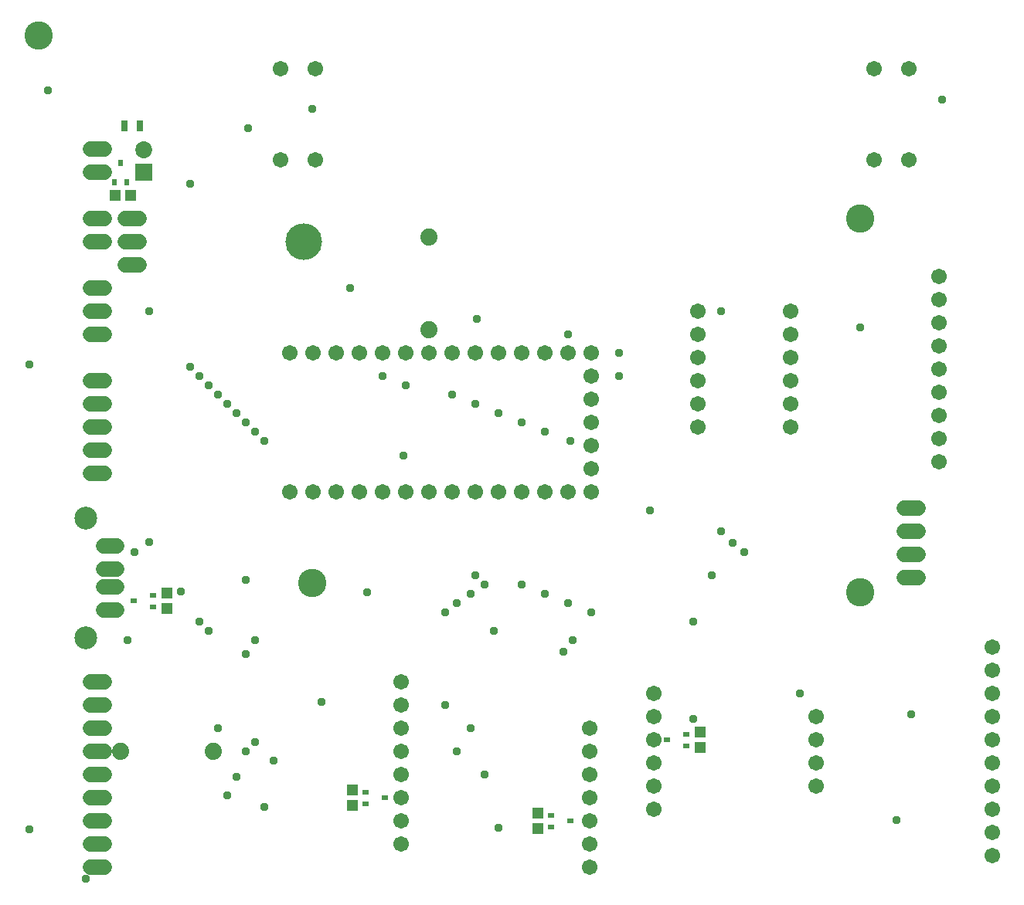
<source format=gbr>
G04 EAGLE Gerber RS-274X export*
G75*
%MOMM*%
%FSLAX34Y34*%
%LPD*%
%INSoldermask Bottom*%
%IPPOS*%
%AMOC8*
5,1,8,0,0,1.08239X$1,22.5*%
G01*
%ADD10C,3.103200*%
%ADD11C,1.711200*%
%ADD12R,0.803200X0.603200*%
%ADD13C,1.727200*%
%ADD14R,1.854200X1.854200*%
%ADD15C,1.854200*%
%ADD16C,1.879600*%
%ADD17C,1.661200*%
%ADD18C,2.503200*%
%ADD19R,1.203200X1.303200*%
%ADD20R,1.303200X1.203200*%
%ADD21R,0.756400X1.203200*%
%ADD22R,0.603200X0.803200*%
%ADD23C,4.013200*%
%ADD24C,0.959600*%


D10*
X50000Y950000D03*
X950000Y750000D03*
X350000Y350000D03*
X950000Y340000D03*
D11*
X353180Y913600D03*
X353180Y813600D03*
X1003180Y913600D03*
X1003180Y813600D03*
X315080Y913600D03*
X315080Y813600D03*
X965080Y913600D03*
X965080Y813600D03*
D12*
X611800Y82400D03*
X611800Y95400D03*
X632800Y88900D03*
D13*
X121920Y800100D02*
X106680Y800100D01*
X106680Y825500D02*
X121920Y825500D01*
D14*
X165100Y800300D03*
D15*
X165100Y825300D03*
D13*
X121920Y723900D02*
X106680Y723900D01*
X106680Y749300D02*
X121920Y749300D01*
D16*
X477520Y627380D03*
X477520Y728980D03*
X139700Y165100D03*
X241300Y165100D03*
D11*
X901700Y203200D03*
X901700Y177800D03*
X901700Y152400D03*
X901700Y127000D03*
X723900Y228600D03*
X723900Y203200D03*
X723900Y177800D03*
X723900Y152400D03*
X723900Y127000D03*
X723900Y101600D03*
D12*
X759800Y184300D03*
X759800Y171300D03*
X738800Y177800D03*
D17*
X135990Y365600D02*
X121410Y365600D01*
X121410Y345600D02*
X135990Y345600D01*
X135990Y390600D02*
X121410Y390600D01*
X121410Y320600D02*
X135990Y320600D01*
D18*
X101600Y421300D03*
X101600Y289900D03*
D12*
X175600Y336700D03*
X175600Y323700D03*
X154600Y330200D03*
D13*
X998220Y431800D02*
X1013460Y431800D01*
X1013460Y406400D02*
X998220Y406400D01*
X998220Y381000D02*
X1013460Y381000D01*
X1013460Y355600D02*
X998220Y355600D01*
D19*
X393700Y105800D03*
X393700Y122800D03*
X596900Y80400D03*
X596900Y97400D03*
X774700Y186300D03*
X774700Y169300D03*
X190500Y338700D03*
X190500Y321700D03*
D20*
X150740Y774700D03*
X133740Y774700D03*
D21*
X144134Y850900D03*
X160666Y850900D03*
D13*
X121920Y469900D02*
X106680Y469900D01*
X106680Y495300D02*
X121920Y495300D01*
X121920Y520700D02*
X106680Y520700D01*
X106680Y546100D02*
X121920Y546100D01*
X121920Y571500D02*
X106680Y571500D01*
D12*
X408600Y107800D03*
X408600Y120800D03*
X429600Y114300D03*
D22*
X146200Y789600D03*
X133200Y789600D03*
X139700Y810600D03*
D13*
X121920Y622300D02*
X106680Y622300D01*
X106680Y647700D02*
X121920Y647700D01*
X121920Y673100D02*
X106680Y673100D01*
D11*
X1036320Y482600D03*
X1036320Y508000D03*
X1036320Y533400D03*
X1036320Y558800D03*
X1036320Y584200D03*
X1036320Y609600D03*
X1036320Y635000D03*
X1036320Y660400D03*
X1036320Y685800D03*
X447040Y63500D03*
X447040Y88900D03*
X447040Y114300D03*
X447040Y139700D03*
X447040Y165100D03*
X447040Y190500D03*
X447040Y215900D03*
X447040Y241300D03*
X1094740Y50800D03*
X1094740Y76200D03*
X1094740Y101600D03*
X1094740Y127000D03*
X1094740Y152400D03*
X1094740Y177800D03*
X1094740Y203200D03*
X1094740Y228600D03*
X1094740Y254000D03*
X1094740Y279400D03*
X653796Y38100D03*
X653796Y63500D03*
X653796Y88900D03*
X653796Y114300D03*
X653796Y139700D03*
X653796Y165100D03*
X653796Y190500D03*
D13*
X160020Y749300D02*
X144780Y749300D01*
X144780Y723900D02*
X160020Y723900D01*
X160020Y698500D02*
X144780Y698500D01*
D23*
X340360Y723900D03*
D11*
X772160Y647700D03*
X772160Y622300D03*
X772160Y596900D03*
X772160Y571500D03*
X772160Y546100D03*
X772160Y520700D03*
X873760Y520700D03*
X873760Y546100D03*
X873760Y571500D03*
X873760Y596900D03*
X873760Y622300D03*
X873760Y647700D03*
X325120Y601980D03*
X350520Y601980D03*
X375920Y601980D03*
X401320Y601980D03*
X426720Y601980D03*
X452120Y601980D03*
X477520Y601980D03*
X502920Y601980D03*
X528320Y601980D03*
X553720Y601980D03*
X579120Y601980D03*
X604520Y601980D03*
X629920Y601980D03*
X655320Y601980D03*
X655320Y576580D03*
X655320Y551180D03*
X655320Y525780D03*
X655320Y500380D03*
X655320Y474980D03*
X655320Y449580D03*
X629920Y449580D03*
X604520Y449580D03*
X579120Y449580D03*
X553720Y449580D03*
X528320Y449580D03*
X502920Y449580D03*
X477520Y449580D03*
X452120Y449580D03*
X426720Y449580D03*
X401320Y449580D03*
X375920Y449580D03*
X350520Y449580D03*
X325120Y449580D03*
D13*
X121920Y38100D02*
X106680Y38100D01*
X106680Y63500D02*
X121920Y63500D01*
X121920Y88900D02*
X106680Y88900D01*
X106680Y114300D02*
X121920Y114300D01*
X121920Y139700D02*
X106680Y139700D01*
X106680Y165100D02*
X121920Y165100D01*
X121920Y190500D02*
X106680Y190500D01*
X106680Y215900D02*
X121920Y215900D01*
X121920Y241300D02*
X106680Y241300D01*
D24*
X797560Y647700D03*
X101600Y25400D03*
X797560Y406400D03*
X391160Y673100D03*
X279400Y848360D03*
X629920Y622300D03*
X685800Y601980D03*
X604520Y515620D03*
X287020Y515620D03*
X287020Y287020D03*
X147320Y287020D03*
X635000Y287020D03*
X579120Y525780D03*
X276860Y525780D03*
X276860Y271780D03*
X624840Y274320D03*
X276860Y353060D03*
X629920Y327660D03*
X508000Y327660D03*
X508000Y165100D03*
X276860Y165100D03*
X604520Y337820D03*
X523240Y337820D03*
X523240Y190500D03*
X287020Y175260D03*
X579120Y347980D03*
X538480Y347980D03*
X538480Y139700D03*
X307340Y154940D03*
X685800Y576580D03*
X655320Y317500D03*
X495300Y317500D03*
X495300Y215900D03*
X632460Y505460D03*
X297180Y505460D03*
X297180Y104140D03*
X426720Y576580D03*
X226060Y576580D03*
X226060Y307340D03*
X767080Y200660D03*
X767080Y307340D03*
X452120Y566420D03*
X236220Y566420D03*
X236220Y297180D03*
X548640Y297180D03*
X553720Y81280D03*
X1005840Y205740D03*
X215900Y586740D03*
X205740Y340360D03*
X553720Y535940D03*
X266700Y535940D03*
X266700Y137160D03*
X528320Y546100D03*
X256540Y546100D03*
X256540Y116840D03*
X502920Y556260D03*
X246380Y556260D03*
X246380Y190500D03*
X787400Y358140D03*
X528320Y358140D03*
X154940Y383540D03*
X822960Y383540D03*
X883920Y228600D03*
X215900Y787400D03*
X810260Y393700D03*
X171450Y647700D03*
X171450Y394970D03*
X410000Y340000D03*
X360000Y220000D03*
X40000Y80000D03*
X990000Y90000D03*
X950000Y630000D03*
X1040000Y880000D03*
X350000Y870000D03*
X60000Y890000D03*
X450000Y490000D03*
X720000Y430000D03*
X40000Y590000D03*
X530000Y640000D03*
M02*

</source>
